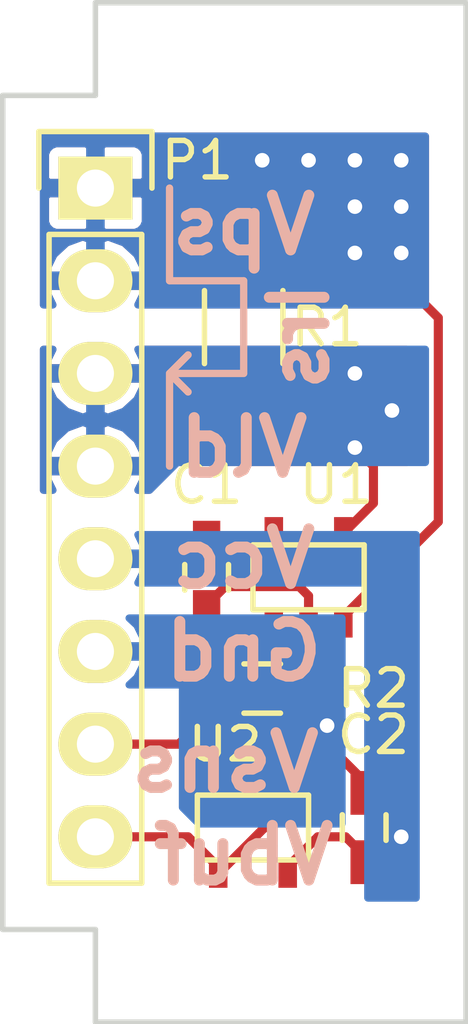
<source format=kicad_pcb>
(kicad_pcb (version 4) (host pcbnew 4.0.1-stable)

  (general
    (links 20)
    (no_connects 0)
    (area 124.425095 88.824999 146.338905 116.915001)
    (thickness 1.6)
    (drawings 22)
    (tracks 68)
    (zones 0)
    (modules 7)
    (nets 7)
  )

  (page A4)
  (layers
    (0 F.Cu signal)
    (31 B.Cu signal)
    (32 B.Adhes user)
    (33 F.Adhes user)
    (34 B.Paste user)
    (35 F.Paste user)
    (36 B.SilkS user)
    (37 F.SilkS user)
    (38 B.Mask user)
    (39 F.Mask user)
    (40 Dwgs.User user)
    (41 Cmts.User user)
    (42 Eco1.User user)
    (43 Eco2.User user)
    (44 Edge.Cuts user)
    (45 Margin user)
    (46 B.CrtYd user)
    (47 F.CrtYd user)
    (48 B.Fab user)
    (49 F.Fab user)
  )

  (setup
    (last_trace_width 0.25)
    (trace_clearance 0.12)
    (zone_clearance 0.254)
    (zone_45_only no)
    (trace_min 0.2)
    (segment_width 0.2)
    (edge_width 0.15)
    (via_size 0.6)
    (via_drill 0.4)
    (via_min_size 0.4)
    (via_min_drill 0.3)
    (uvia_size 0.3)
    (uvia_drill 0.1)
    (uvias_allowed no)
    (uvia_min_size 0.2)
    (uvia_min_drill 0.1)
    (pcb_text_width 0.3)
    (pcb_text_size 1.5 1.5)
    (mod_edge_width 0.15)
    (mod_text_size 1 1)
    (mod_text_width 0.15)
    (pad_size 1.524 1.524)
    (pad_drill 0.762)
    (pad_to_mask_clearance 0.1)
    (aux_axis_origin 0 0)
    (visible_elements FFFFFF7F)
    (pcbplotparams
      (layerselection 0x010f0_80000001)
      (usegerberextensions false)
      (excludeedgelayer true)
      (linewidth 0.100000)
      (plotframeref false)
      (viasonmask true)
      (mode 1)
      (useauxorigin true)
      (hpglpennumber 1)
      (hpglpenspeed 20)
      (hpglpendiameter 15)
      (hpglpenoverlay 2)
      (psnegative false)
      (psa4output false)
      (plotreference true)
      (plotvalue false)
      (plotinvisibletext false)
      (padsonsilk false)
      (subtractmaskfromsilk false)
      (outputformat 1)
      (mirror false)
      (drillshape 0)
      (scaleselection 1)
      (outputdirectory ./gerber))
  )

  (net 0 "")
  (net 1 VCC)
  (net 2 GND)
  (net 3 Vps)
  (net 4 Vload)
  (net 5 Vsense)
  (net 6 Vbuf)

  (net_class Default "This is the default net class."
    (clearance 0.12)
    (trace_width 0.25)
    (via_dia 0.6)
    (via_drill 0.4)
    (uvia_dia 0.3)
    (uvia_drill 0.1)
    (add_net GND)
    (add_net VCC)
    (add_net Vbuf)
    (add_net Vload)
    (add_net Vps)
    (add_net Vsense)
  )

  (module Capacitors_SMD:C_0603_HandSoldering (layer F.Cu) (tedit 56C37573) (tstamp 56C3782B)
    (at 132.588 104.648 270)
    (descr "Capacitor SMD 0603, hand soldering")
    (tags "capacitor 0603")
    (path /56C63822)
    (attr smd)
    (fp_text reference C1 (at -2.54 0 360) (layer F.SilkS)
      (effects (font (size 1 1) (thickness 0.15)))
    )
    (fp_text value 100nF (at 0 1.9 270) (layer F.Fab) hide
      (effects (font (size 1 1) (thickness 0.15)))
    )
    (fp_line (start -1.85 -0.75) (end 1.85 -0.75) (layer F.CrtYd) (width 0.05))
    (fp_line (start -1.85 0.75) (end 1.85 0.75) (layer F.CrtYd) (width 0.05))
    (fp_line (start -1.85 -0.75) (end -1.85 0.75) (layer F.CrtYd) (width 0.05))
    (fp_line (start 1.85 -0.75) (end 1.85 0.75) (layer F.CrtYd) (width 0.05))
    (fp_line (start -0.35 -0.6) (end 0.35 -0.6) (layer F.SilkS) (width 0.15))
    (fp_line (start 0.35 0.6) (end -0.35 0.6) (layer F.SilkS) (width 0.15))
    (pad 1 smd rect (at -0.95 0 270) (size 1.2 0.75) (layers F.Cu F.Paste F.Mask)
      (net 1 VCC))
    (pad 2 smd rect (at 0.95 0 270) (size 1.2 0.75) (layers F.Cu F.Paste F.Mask)
      (net 2 GND))
    (model Capacitors_SMD.3dshapes/C_0603_HandSoldering.wrl
      (at (xyz 0 0 0))
      (scale (xyz 1 1 1))
      (rotate (xyz 0 0 0))
    )
  )

  (module Capacitors_SMD:C_0603_HandSoldering (layer F.Cu) (tedit 56C376BF) (tstamp 56C37837)
    (at 136.906 111.506 90)
    (descr "Capacitor SMD 0603, hand soldering")
    (tags "capacitor 0603")
    (path /56C6493F)
    (attr smd)
    (fp_text reference C2 (at 2.54 0.254 180) (layer F.SilkS)
      (effects (font (size 1 1) (thickness 0.15)))
    )
    (fp_text value 100nF (at 0 1.9 90) (layer F.Fab) hide
      (effects (font (size 1 1) (thickness 0.15)))
    )
    (fp_line (start -1.85 -0.75) (end 1.85 -0.75) (layer F.CrtYd) (width 0.05))
    (fp_line (start -1.85 0.75) (end 1.85 0.75) (layer F.CrtYd) (width 0.05))
    (fp_line (start -1.85 -0.75) (end -1.85 0.75) (layer F.CrtYd) (width 0.05))
    (fp_line (start 1.85 -0.75) (end 1.85 0.75) (layer F.CrtYd) (width 0.05))
    (fp_line (start -0.35 -0.6) (end 0.35 -0.6) (layer F.SilkS) (width 0.15))
    (fp_line (start 0.35 0.6) (end -0.35 0.6) (layer F.SilkS) (width 0.15))
    (pad 1 smd rect (at -0.95 0 90) (size 1.2 0.75) (layers F.Cu F.Paste F.Mask)
      (net 1 VCC))
    (pad 2 smd rect (at 0.95 0 90) (size 1.2 0.75) (layers F.Cu F.Paste F.Mask)
      (net 2 GND))
    (model Capacitors_SMD.3dshapes/C_0603_HandSoldering.wrl
      (at (xyz 0 0 0))
      (scale (xyz 1 1 1))
      (rotate (xyz 0 0 0))
    )
  )

  (module Pin_Headers:Pin_Header_Straight_1x08 (layer F.Cu) (tedit 56C379A2) (tstamp 56C3784E)
    (at 129.54 93.98)
    (descr "Through hole pin header")
    (tags "pin header")
    (path /56C6468B)
    (fp_text reference P1 (at 2.794 -0.762) (layer F.SilkS)
      (effects (font (size 1 1) (thickness 0.15)))
    )
    (fp_text value CONN_01X08 (at 0 -3.1) (layer F.Fab) hide
      (effects (font (size 1 1) (thickness 0.15)))
    )
    (fp_line (start -1.75 -1.75) (end -1.75 19.55) (layer F.CrtYd) (width 0.05))
    (fp_line (start 1.75 -1.75) (end 1.75 19.55) (layer F.CrtYd) (width 0.05))
    (fp_line (start -1.75 -1.75) (end 1.75 -1.75) (layer F.CrtYd) (width 0.05))
    (fp_line (start -1.75 19.55) (end 1.75 19.55) (layer F.CrtYd) (width 0.05))
    (fp_line (start 1.27 1.27) (end 1.27 19.05) (layer F.SilkS) (width 0.15))
    (fp_line (start 1.27 19.05) (end -1.27 19.05) (layer F.SilkS) (width 0.15))
    (fp_line (start -1.27 19.05) (end -1.27 1.27) (layer F.SilkS) (width 0.15))
    (fp_line (start 1.55 -1.55) (end 1.55 0) (layer F.SilkS) (width 0.15))
    (fp_line (start 1.27 1.27) (end -1.27 1.27) (layer F.SilkS) (width 0.15))
    (fp_line (start -1.55 0) (end -1.55 -1.55) (layer F.SilkS) (width 0.15))
    (fp_line (start -1.55 -1.55) (end 1.55 -1.55) (layer F.SilkS) (width 0.15))
    (pad 1 thru_hole rect (at 0 0) (size 2.032 1.7272) (drill 1.016) (layers *.Cu *.Mask F.SilkS)
      (net 3 Vps))
    (pad 2 thru_hole oval (at 0 2.54) (size 2.032 1.7272) (drill 1.016) (layers *.Cu *.Mask F.SilkS)
      (net 3 Vps))
    (pad 3 thru_hole oval (at 0 5.08) (size 2.032 1.7272) (drill 1.016) (layers *.Cu *.Mask F.SilkS)
      (net 4 Vload))
    (pad 4 thru_hole oval (at 0 7.62) (size 2.032 1.7272) (drill 1.016) (layers *.Cu *.Mask F.SilkS)
      (net 4 Vload))
    (pad 5 thru_hole oval (at 0 10.16) (size 2.032 1.7272) (drill 1.016) (layers *.Cu *.Mask F.SilkS)
      (net 1 VCC))
    (pad 6 thru_hole oval (at 0 12.7) (size 2.032 1.7272) (drill 1.016) (layers *.Cu *.Mask F.SilkS)
      (net 2 GND))
    (pad 7 thru_hole oval (at 0 15.24) (size 2.032 1.7272) (drill 1.016) (layers *.Cu *.Mask F.SilkS)
      (net 5 Vsense))
    (pad 8 thru_hole oval (at 0 17.78) (size 2.032 1.7272) (drill 1.016) (layers *.Cu *.Mask F.SilkS)
      (net 6 Vbuf))
    (model Pin_Headers.3dshapes/Pin_Header_Straight_1x08.wrl
      (at (xyz 0 -0.35 0))
      (scale (xyz 1 1 1))
      (rotate (xyz 0 0 90))
    )
  )

  (module Resistors_SMD:R_1206_HandSoldering (layer F.Cu) (tedit 56C3749B) (tstamp 56C3785A)
    (at 133.604 97.79 90)
    (descr "Resistor SMD 1206, hand soldering")
    (tags "resistor 1206")
    (path /56C63789)
    (attr smd)
    (fp_text reference R1 (at 0 2.286 180) (layer F.SilkS)
      (effects (font (size 1 1) (thickness 0.15)))
    )
    (fp_text value 0.05 (at 0 2.3 90) (layer F.Fab) hide
      (effects (font (size 1 1) (thickness 0.15)))
    )
    (fp_line (start -3.3 -1.2) (end 3.3 -1.2) (layer F.CrtYd) (width 0.05))
    (fp_line (start -3.3 1.2) (end 3.3 1.2) (layer F.CrtYd) (width 0.05))
    (fp_line (start -3.3 -1.2) (end -3.3 1.2) (layer F.CrtYd) (width 0.05))
    (fp_line (start 3.3 -1.2) (end 3.3 1.2) (layer F.CrtYd) (width 0.05))
    (fp_line (start 1 1.075) (end -1 1.075) (layer F.SilkS) (width 0.15))
    (fp_line (start -1 -1.075) (end 1 -1.075) (layer F.SilkS) (width 0.15))
    (pad 1 smd rect (at -2 0 90) (size 2 1.7) (layers F.Cu F.Paste F.Mask)
      (net 4 Vload))
    (pad 2 smd rect (at 2 0 90) (size 2 1.7) (layers F.Cu F.Paste F.Mask)
      (net 3 Vps))
    (model Resistors_SMD.3dshapes/R_1206_HandSoldering.wrl
      (at (xyz 0 0 0))
      (scale (xyz 1 1 1))
      (rotate (xyz 0 0 0))
    )
  )

  (module Resistors_SMD:R_0603_HandSoldering (layer F.Cu) (tedit 56C37570) (tstamp 56C37866)
    (at 134.112 107.696 180)
    (descr "Resistor SMD 0603, hand soldering")
    (tags "resistor 0603")
    (path /56C63CED)
    (attr smd)
    (fp_text reference R2 (at -3.048 0 360) (layer F.SilkS)
      (effects (font (size 1 1) (thickness 0.15)))
    )
    (fp_text value 47k (at 0 1.9 180) (layer F.Fab) hide
      (effects (font (size 1 1) (thickness 0.15)))
    )
    (fp_line (start -2 -0.8) (end 2 -0.8) (layer F.CrtYd) (width 0.05))
    (fp_line (start -2 0.8) (end 2 0.8) (layer F.CrtYd) (width 0.05))
    (fp_line (start -2 -0.8) (end -2 0.8) (layer F.CrtYd) (width 0.05))
    (fp_line (start 2 -0.8) (end 2 0.8) (layer F.CrtYd) (width 0.05))
    (fp_line (start 0.5 0.675) (end -0.5 0.675) (layer F.SilkS) (width 0.15))
    (fp_line (start -0.5 -0.675) (end 0.5 -0.675) (layer F.SilkS) (width 0.15))
    (pad 1 smd rect (at -1.1 0 180) (size 1.2 0.9) (layers F.Cu F.Paste F.Mask)
      (net 2 GND))
    (pad 2 smd rect (at 1.1 0 180) (size 1.2 0.9) (layers F.Cu F.Paste F.Mask)
      (net 5 Vsense))
    (model Resistors_SMD.3dshapes/R_0603_HandSoldering.wrl
      (at (xyz 0 0 0))
      (scale (xyz 1 1 1))
      (rotate (xyz 0 0 0))
    )
  )

  (module kicad_pcb:SOT-23-5 (layer F.Cu) (tedit 56C3758A) (tstamp 56C37873)
    (at 133.858 111.506 180)
    (path /56C64274)
    (attr smd)
    (fp_text reference U2 (at 0.762 2.286 180) (layer F.SilkS)
      (effects (font (size 0.889 1) (thickness 0.15)))
    )
    (fp_text value MCP6001 (at 0 0 180) (layer F.SilkS) hide
      (effects (font (size 1 1) (thickness 0.15)))
    )
    (fp_line (start 1.524 -0.889) (end 1.524 0.889) (layer F.SilkS) (width 0.15))
    (fp_line (start 1.524 0.889) (end -1.524 0.889) (layer F.SilkS) (width 0.15))
    (fp_line (start -1.524 0.889) (end -1.524 -0.889) (layer F.SilkS) (width 0.15))
    (fp_line (start -1.524 -0.889) (end 1.524 -0.889) (layer F.SilkS) (width 0.15))
    (pad 1 smd rect (at -0.9525 1.27 180) (size 0.508 0.762) (layers F.Cu F.Paste F.Mask)
      (net 6 Vbuf))
    (pad 3 smd rect (at 0.9525 1.27 180) (size 0.508 0.762) (layers F.Cu F.Paste F.Mask)
      (net 5 Vsense))
    (pad 5 smd rect (at -0.9525 -1.27 180) (size 0.508 0.762) (layers F.Cu F.Paste F.Mask)
      (net 1 VCC))
    (pad 2 smd rect (at 0 1.27 180) (size 0.508 0.762) (layers F.Cu F.Paste F.Mask)
      (net 2 GND))
    (pad 4 smd rect (at 0.9525 -1.27 180) (size 0.508 0.762) (layers F.Cu F.Paste F.Mask)
      (net 6 Vbuf))
    (model SMD_Packages/SOT-23-5.wrl
      (at (xyz 0 0 0))
      (scale (xyz 0.1 0.1 0.1))
      (rotate (xyz 0 0 0))
    )
  )

  (module kicad_pcb:SOT-23-5 (layer F.Cu) (tedit 56C3741A) (tstamp 56C38156)
    (at 135.382 104.648)
    (path /56C63A8E)
    (attr smd)
    (fp_text reference U1 (at 0.762 -2.54 180) (layer F.SilkS)
      (effects (font (size 1 1) (thickness 0.15)))
    )
    (fp_text value INA1x9_CURRENT_SENSOR_IC (at 0 0) (layer F.SilkS) hide
      (effects (font (size 1 1) (thickness 0.15)))
    )
    (fp_line (start 1.524 -0.889) (end 1.524 0.889) (layer F.SilkS) (width 0.15))
    (fp_line (start 1.524 0.889) (end -1.524 0.889) (layer F.SilkS) (width 0.15))
    (fp_line (start -1.524 0.889) (end -1.524 -0.889) (layer F.SilkS) (width 0.15))
    (fp_line (start -1.524 -0.889) (end 1.524 -0.889) (layer F.SilkS) (width 0.15))
    (pad 1 smd rect (at -0.9525 1.27) (size 0.508 0.762) (layers F.Cu F.Paste F.Mask)
      (net 5 Vsense))
    (pad 3 smd rect (at 0.9525 1.27) (size 0.508 0.762) (layers F.Cu F.Paste F.Mask)
      (net 3 Vps))
    (pad 5 smd rect (at -0.9525 -1.27) (size 0.508 0.762) (layers F.Cu F.Paste F.Mask)
      (net 1 VCC))
    (pad 2 smd rect (at 0 1.27) (size 0.508 0.762) (layers F.Cu F.Paste F.Mask)
      (net 2 GND))
    (pad 4 smd rect (at 0.9525 -1.27) (size 0.508 0.762) (layers F.Cu F.Paste F.Mask)
      (net 4 Vload))
    (model SMD_Packages/SOT-23-5.wrl
      (at (xyz 0 0 0))
      (scale (xyz 0.1 0.1 0.1))
      (rotate (xyz 0 0 0))
    )
  )

  (gr_line (start 131.572 99.06) (end 131.572 101.6) (angle 90) (layer B.SilkS) (width 0.2))
  (gr_line (start 131.572 96.52) (end 131.572 93.98) (angle 90) (layer B.SilkS) (width 0.2))
  (gr_text Vbuf (at 133.604 112.268) (layer B.SilkS)
    (effects (font (size 1.5 1.5) (thickness 0.3)) (justify mirror))
  )
  (gr_text Vsns (at 133.096 109.728) (layer B.SilkS)
    (effects (font (size 1.5 1.5) (thickness 0.3)) (justify mirror))
  )
  (gr_text Gnd (at 133.604 106.68) (layer B.SilkS)
    (effects (font (size 1.5 1.5) (thickness 0.3)) (justify mirror))
  )
  (gr_text Vcc (at 133.604 104.14) (layer B.SilkS)
    (effects (font (size 1.5 1.5) (thickness 0.3)) (justify mirror))
  )
  (gr_text Vld (at 133.604 101.092) (layer B.SilkS)
    (effects (font (size 1.5 1.5) (thickness 0.3)) (justify mirror))
  )
  (gr_text Vps (at 133.604 94.996) (layer B.SilkS)
    (effects (font (size 1.5 1.5) (thickness 0.3)) (justify mirror))
  )
  (gr_text Irs (at 135.128 98.044 90) (layer B.SilkS)
    (effects (font (size 1.5 1.5) (thickness 0.3)) (justify mirror))
  )
  (gr_line (start 131.572 99.06) (end 132.08 98.552) (angle 90) (layer B.SilkS) (width 0.2))
  (gr_line (start 131.572 99.06) (end 132.08 99.568) (angle 90) (layer B.SilkS) (width 0.2))
  (gr_line (start 133.604 99.06) (end 131.572 99.06) (angle 90) (layer B.SilkS) (width 0.2))
  (gr_line (start 133.604 96.52) (end 133.604 99.06) (angle 90) (layer B.SilkS) (width 0.2))
  (gr_line (start 131.572 96.52) (end 133.604 96.52) (angle 90) (layer B.SilkS) (width 0.2))
  (gr_line (start 127 91.44) (end 127 114.3) (angle 90) (layer Edge.Cuts) (width 0.15))
  (gr_line (start 129.54 91.44) (end 127 91.44) (angle 90) (layer Edge.Cuts) (width 0.15))
  (gr_line (start 129.54 88.9) (end 129.54 91.44) (angle 90) (layer Edge.Cuts) (width 0.15))
  (gr_line (start 139.7 88.9) (end 129.54 88.9) (angle 90) (layer Edge.Cuts) (width 0.15))
  (gr_line (start 139.7 116.84) (end 139.7 88.9) (angle 90) (layer Edge.Cuts) (width 0.15))
  (gr_line (start 129.54 116.84) (end 139.7 116.84) (angle 90) (layer Edge.Cuts) (width 0.15))
  (gr_line (start 129.54 114.3) (end 129.54 116.84) (angle 90) (layer Edge.Cuts) (width 0.15))
  (gr_line (start 127 114.3) (end 129.54 114.3) (angle 90) (layer Edge.Cuts) (width 0.15))

  (segment (start 136.906 112.456) (end 136.906 112.268) (width 0.25) (layer F.Cu) (net 1) (status C00000))
  (segment (start 136.906 112.268) (end 137.414 111.76) (width 0.25) (layer F.Cu) (net 1) (tstamp 56C38445) (status 400000))
  (via (at 137.922 111.76) (size 0.6) (drill 0.4) (layers F.Cu B.Cu) (net 1))
  (segment (start 137.414 111.76) (end 137.922 111.76) (width 0.25) (layer F.Cu) (net 1) (tstamp 56C38446))
  (segment (start 134.8105 112.776) (end 134.8105 112.5855) (width 0.25) (layer F.Cu) (net 1) (status C00000))
  (segment (start 134.8105 112.5855) (end 135.636 111.76) (width 0.25) (layer F.Cu) (net 1) (tstamp 56C38426) (status 400000))
  (segment (start 136.398 111.76) (end 136.906 112.268) (width 0.25) (layer F.Cu) (net 1) (tstamp 56C38428) (status 800000))
  (segment (start 135.636 111.76) (end 136.398 111.76) (width 0.25) (layer F.Cu) (net 1) (tstamp 56C38427))
  (segment (start 132.588 103.698) (end 134.1095 103.698) (width 0.25) (layer F.Cu) (net 1) (status 400000))
  (segment (start 134.1095 103.698) (end 134.4295 103.378) (width 0.25) (layer F.Cu) (net 1) (tstamp 56C38415) (status 800000))
  (segment (start 129.54 104.14) (end 132.146 104.14) (width 0.25) (layer F.Cu) (net 1) (status 400000))
  (segment (start 132.146 104.14) (end 132.588 103.698) (width 0.25) (layer F.Cu) (net 1) (tstamp 56C38412) (status 800000))
  (segment (start 136.906 110.556) (end 136.906 110.236) (width 0.25) (layer F.Cu) (net 2) (status C00000))
  (segment (start 136.906 110.236) (end 135.89 109.22) (width 0.25) (layer F.Cu) (net 2) (tstamp 56C38422) (status 400000))
  (segment (start 135.89 109.22) (end 135.89 108.712) (width 0.25) (layer F.Cu) (net 2) (tstamp 56C38423))
  (segment (start 133.858 110.236) (end 133.858 109.982) (width 0.25) (layer F.Cu) (net 2) (status C00000))
  (segment (start 133.858 109.982) (end 135.128 108.712) (width 0.25) (layer F.Cu) (net 2) (tstamp 56C3841E) (status 400000))
  (segment (start 135.128 108.712) (end 135.89 108.712) (width 0.25) (layer F.Cu) (net 2) (tstamp 56C3841F))
  (segment (start 135.212 107.696) (end 135.382 107.696) (width 0.25) (layer F.Cu) (net 2) (status C00000))
  (segment (start 135.382 107.696) (end 135.89 108.204) (width 0.25) (layer F.Cu) (net 2) (tstamp 56C38418) (status 400000))
  (segment (start 135.89 108.204) (end 135.89 108.712) (width 0.25) (layer F.Cu) (net 2) (tstamp 56C38419))
  (via (at 135.89 108.712) (size 0.6) (drill 0.4) (layers F.Cu B.Cu) (net 2))
  (segment (start 132.588 105.598) (end 132.588 105.41) (width 0.25) (layer F.Cu) (net 2) (status C00000))
  (segment (start 132.588 105.41) (end 133.096 104.902) (width 0.25) (layer F.Cu) (net 2) (tstamp 56C3840C) (status 400000))
  (segment (start 135.382 105.156) (end 135.382 105.918) (width 0.25) (layer F.Cu) (net 2) (tstamp 56C3840F) (status 800000))
  (segment (start 135.128 104.902) (end 135.382 105.156) (width 0.25) (layer F.Cu) (net 2) (tstamp 56C3840E))
  (segment (start 133.096 104.902) (end 135.128 104.902) (width 0.25) (layer F.Cu) (net 2) (tstamp 56C3840D))
  (segment (start 129.54 106.68) (end 131.826 106.68) (width 0.25) (layer F.Cu) (net 2) (status 400000))
  (segment (start 131.826 106.68) (end 132.588 105.918) (width 0.25) (layer F.Cu) (net 2) (tstamp 56C38408) (status 800000))
  (segment (start 132.588 105.918) (end 132.588 105.598) (width 0.25) (layer F.Cu) (net 2) (tstamp 56C38409) (status C00000))
  (via (at 136.652 93.218) (size 0.6) (drill 0.4) (layers F.Cu B.Cu) (net 3))
  (via (at 137.922 95.758) (size 0.6) (drill 0.4) (layers F.Cu B.Cu) (net 3))
  (via (at 137.922 94.488) (size 0.6) (drill 0.4) (layers F.Cu B.Cu) (net 3))
  (via (at 137.922 93.218) (size 0.6) (drill 0.4) (layers F.Cu B.Cu) (net 3))
  (segment (start 137.668 104.394) (end 138.43 103.632) (width 0.25) (layer F.Cu) (net 3))
  (segment (start 136.3345 105.7275) (end 137.668 104.394) (width 0.25) (layer F.Cu) (net 3) (tstamp 56C383A7))
  (segment (start 138.938 97.536) (end 138.176 96.774) (width 0.25) (layer F.Cu) (net 3) (tstamp 56C38498))
  (segment (start 138.938 103.124) (end 138.938 97.536) (width 0.25) (layer F.Cu) (net 3) (tstamp 56C38497))
  (segment (start 138.43 103.632) (end 138.938 103.124) (width 0.25) (layer F.Cu) (net 3) (tstamp 56C38496))
  (via (at 134.112 93.218) (size 0.6) (drill 0.4) (layers F.Cu B.Cu) (net 3))
  (via (at 135.382 93.218) (size 0.6) (drill 0.4) (layers F.Cu B.Cu) (net 3))
  (via (at 136.652 94.488) (size 0.6) (drill 0.4) (layers F.Cu B.Cu) (net 3))
  (via (at 136.652 95.758) (size 0.6) (drill 0.4) (layers F.Cu B.Cu) (net 3))
  (segment (start 136.3345 105.918) (end 136.3345 105.7275) (width 0.25) (layer F.Cu) (net 3))
  (segment (start 137.16 101.6) (end 136.652 101.092) (width 0.25) (layer F.Cu) (net 4) (tstamp 56C383A4))
  (segment (start 137.16 102.616) (end 137.16 101.6) (width 0.25) (layer F.Cu) (net 4) (tstamp 56C383A3))
  (segment (start 137.16 102.616) (end 136.398 103.378) (width 0.25) (layer F.Cu) (net 4) (tstamp 56C383A2))
  (via (at 136.652 101.092) (size 0.6) (drill 0.4) (layers F.Cu B.Cu) (net 4))
  (via (at 137.668 100.076) (size 0.6) (drill 0.4) (layers F.Cu B.Cu) (net 4))
  (via (at 136.652 99.06) (size 0.6) (drill 0.4) (layers F.Cu B.Cu) (net 4))
  (segment (start 136.3345 103.378) (end 136.398 103.378) (width 0.25) (layer F.Cu) (net 4))
  (segment (start 133.012 107.696) (end 133.096 107.696) (width 0.25) (layer F.Cu) (net 5) (status C00000))
  (segment (start 133.096 107.696) (end 133.858 106.934) (width 0.25) (layer F.Cu) (net 5) (tstamp 56C38431) (status 400000))
  (segment (start 133.858 106.4895) (end 134.4295 105.918) (width 0.25) (layer F.Cu) (net 5) (tstamp 56C38433) (status 800000))
  (segment (start 133.858 106.934) (end 133.858 106.4895) (width 0.25) (layer F.Cu) (net 5) (tstamp 56C38432))
  (segment (start 129.54 109.22) (end 131.826 109.22) (width 0.25) (layer F.Cu) (net 5) (status 400000))
  (segment (start 132.08 108.628) (end 133.012 107.696) (width 0.25) (layer F.Cu) (net 5) (tstamp 56C383FE) (status 800000))
  (segment (start 132.08 108.966) (end 132.08 108.628) (width 0.25) (layer F.Cu) (net 5) (tstamp 56C383FD))
  (segment (start 131.826 109.22) (end 132.08 108.966) (width 0.25) (layer F.Cu) (net 5) (tstamp 56C383FC))
  (segment (start 129.54 109.22) (end 131.8895 109.22) (width 0.25) (layer F.Cu) (net 5) (status 400000))
  (segment (start 131.8895 109.22) (end 132.9055 110.236) (width 0.25) (layer F.Cu) (net 5) (tstamp 56C383F8) (status 800000))
  (segment (start 134.8105 110.236) (end 134.8105 111.0615) (width 0.25) (layer F.Cu) (net 6) (status 400000))
  (segment (start 134.1755 111.506) (end 132.9055 112.776) (width 0.25) (layer F.Cu) (net 6) (tstamp 56C3842E) (status 800000))
  (segment (start 134.366 111.506) (end 134.1755 111.506) (width 0.25) (layer F.Cu) (net 6) (tstamp 56C3842D))
  (segment (start 134.8105 111.0615) (end 134.366 111.506) (width 0.25) (layer F.Cu) (net 6) (tstamp 56C3842C))
  (segment (start 132.9055 112.776) (end 132.9055 112.5855) (width 0.25) (layer F.Cu) (net 6) (status C00000))
  (segment (start 132.9055 112.5855) (end 132.08 111.76) (width 0.25) (layer F.Cu) (net 6) (tstamp 56C38401) (status 400000))
  (segment (start 132.08 111.76) (end 129.54 111.76) (width 0.25) (layer F.Cu) (net 6) (tstamp 56C38402) (status 800000))

  (zone (net 3) (net_name Vps) (layer F.Cu) (tstamp 56C3839A) (hatch edge 0.508)
    (connect_pads (clearance 0.254))
    (min_thickness 0.2032)
    (fill yes (arc_segments 16) (thermal_gap 0.254) (thermal_bridge_width 0.508))
    (polygon
      (pts
        (xy 128.016 92.456) (xy 138.684 92.456) (xy 138.684 97.282) (xy 128.016 97.282) (xy 128.016 92.71)
      )
    )
    (filled_polygon
      (pts
        (xy 138.5824 97.1804) (xy 130.706287 97.1804) (xy 130.863304 96.859753) (xy 130.812379 96.6724) (xy 129.6924 96.6724)
        (xy 129.6924 96.6924) (xy 129.3876 96.6924) (xy 129.3876 96.6724) (xy 128.267621 96.6724) (xy 128.216696 96.859753)
        (xy 128.373713 97.1804) (xy 128.1176 97.1804) (xy 128.1176 96.180247) (xy 128.216696 96.180247) (xy 128.267621 96.3676)
        (xy 129.3876 96.3676) (xy 129.3876 95.3897) (xy 129.6924 95.3897) (xy 129.6924 96.3676) (xy 130.812379 96.3676)
        (xy 130.863304 96.180247) (xy 130.790367 96.0313) (xy 132.3984 96.0313) (xy 132.3984 96.860733) (xy 132.452537 96.991431)
        (xy 132.552569 97.091463) (xy 132.683267 97.1456) (xy 133.3627 97.1456) (xy 133.4516 97.0567) (xy 133.4516 95.9424)
        (xy 133.7564 95.9424) (xy 133.7564 97.0567) (xy 133.8453 97.1456) (xy 134.524733 97.1456) (xy 134.655431 97.091463)
        (xy 134.755463 96.991431) (xy 134.8096 96.860733) (xy 134.8096 96.0313) (xy 134.7207 95.9424) (xy 133.7564 95.9424)
        (xy 133.4516 95.9424) (xy 132.4873 95.9424) (xy 132.3984 96.0313) (xy 130.790367 96.0313) (xy 130.678753 95.803372)
        (xy 130.32943 95.480461) (xy 129.883125 95.31581) (xy 129.6924 95.3897) (xy 129.3876 95.3897) (xy 129.196875 95.31581)
        (xy 128.75057 95.480461) (xy 128.401247 95.803372) (xy 128.216696 96.180247) (xy 128.1176 96.180247) (xy 128.1176 94.2213)
        (xy 128.1684 94.2213) (xy 128.1684 94.914333) (xy 128.222537 95.045031) (xy 128.322569 95.145063) (xy 128.453267 95.1992)
        (xy 129.2987 95.1992) (xy 129.3876 95.1103) (xy 129.3876 94.1324) (xy 129.6924 94.1324) (xy 129.6924 95.1103)
        (xy 129.7813 95.1992) (xy 130.626733 95.1992) (xy 130.757431 95.145063) (xy 130.857463 95.045031) (xy 130.9116 94.914333)
        (xy 130.9116 94.719267) (xy 132.3984 94.719267) (xy 132.3984 95.5487) (xy 132.4873 95.6376) (xy 133.4516 95.6376)
        (xy 133.4516 94.5233) (xy 133.7564 94.5233) (xy 133.7564 95.6376) (xy 134.7207 95.6376) (xy 134.8096 95.5487)
        (xy 134.8096 94.719267) (xy 134.755463 94.588569) (xy 134.655431 94.488537) (xy 134.524733 94.4344) (xy 133.8453 94.4344)
        (xy 133.7564 94.5233) (xy 133.4516 94.5233) (xy 133.3627 94.4344) (xy 132.683267 94.4344) (xy 132.552569 94.488537)
        (xy 132.452537 94.588569) (xy 132.3984 94.719267) (xy 130.9116 94.719267) (xy 130.9116 94.2213) (xy 130.8227 94.1324)
        (xy 129.6924 94.1324) (xy 129.3876 94.1324) (xy 128.2573 94.1324) (xy 128.1684 94.2213) (xy 128.1176 94.2213)
        (xy 128.1176 93.045667) (xy 128.1684 93.045667) (xy 128.1684 93.7387) (xy 128.2573 93.8276) (xy 129.3876 93.8276)
        (xy 129.3876 92.8497) (xy 129.6924 92.8497) (xy 129.6924 93.8276) (xy 130.8227 93.8276) (xy 130.9116 93.7387)
        (xy 130.9116 93.045667) (xy 130.857463 92.914969) (xy 130.757431 92.814937) (xy 130.626733 92.7608) (xy 129.7813 92.7608)
        (xy 129.6924 92.8497) (xy 129.3876 92.8497) (xy 129.2987 92.7608) (xy 128.453267 92.7608) (xy 128.322569 92.814937)
        (xy 128.222537 92.914969) (xy 128.1684 93.045667) (xy 128.1176 93.045667) (xy 128.1176 92.5576) (xy 138.5824 92.5576)
      )
    )
  )
  (zone (net 4) (net_name Vload) (layer F.Cu) (tstamp 56C3839D) (hatch edge 0.508)
    (connect_pads (clearance 0.254))
    (min_thickness 0.2032)
    (fill yes (arc_segments 16) (thermal_gap 0.254) (thermal_bridge_width 0.508))
    (polygon
      (pts
        (xy 128.016 98.298) (xy 138.176 98.298) (xy 138.176 101.6) (xy 131.826 101.6) (xy 131.064 102.362)
        (xy 128.016 102.362) (xy 128.016 101.854)
      )
    )
    (filled_polygon
      (pts
        (xy 128.216696 98.720247) (xy 128.267621 98.9076) (xy 129.3876 98.9076) (xy 129.3876 98.8876) (xy 129.6924 98.8876)
        (xy 129.6924 98.9076) (xy 130.812379 98.9076) (xy 130.863304 98.720247) (xy 130.862825 98.719267) (xy 132.3984 98.719267)
        (xy 132.3984 99.5487) (xy 132.4873 99.6376) (xy 133.4516 99.6376) (xy 133.4516 98.5233) (xy 133.7564 98.5233)
        (xy 133.7564 99.6376) (xy 134.7207 99.6376) (xy 134.8096 99.5487) (xy 134.8096 98.719267) (xy 134.755463 98.588569)
        (xy 134.655431 98.488537) (xy 134.524733 98.4344) (xy 133.8453 98.4344) (xy 133.7564 98.5233) (xy 133.4516 98.5233)
        (xy 133.3627 98.4344) (xy 132.683267 98.4344) (xy 132.552569 98.488537) (xy 132.452537 98.588569) (xy 132.3984 98.719267)
        (xy 130.862825 98.719267) (xy 130.706287 98.3996) (xy 138.0744 98.3996) (xy 138.0744 101.4984) (xy 131.826 101.4984)
        (xy 131.786472 101.506405) (xy 131.754158 101.528158) (xy 131.021916 102.2604) (xy 130.706287 102.2604) (xy 130.863304 101.939753)
        (xy 130.812379 101.7524) (xy 129.6924 101.7524) (xy 129.6924 101.7724) (xy 129.3876 101.7724) (xy 129.3876 101.7524)
        (xy 128.267621 101.7524) (xy 128.216696 101.939753) (xy 128.373713 102.2604) (xy 128.1176 102.2604) (xy 128.1176 101.260247)
        (xy 128.216696 101.260247) (xy 128.267621 101.4476) (xy 129.3876 101.4476) (xy 129.3876 100.4697) (xy 129.6924 100.4697)
        (xy 129.6924 101.4476) (xy 130.812379 101.4476) (xy 130.863304 101.260247) (xy 130.678753 100.883372) (xy 130.32943 100.560461)
        (xy 129.883125 100.39581) (xy 129.6924 100.4697) (xy 129.3876 100.4697) (xy 129.196875 100.39581) (xy 128.75057 100.560461)
        (xy 128.401247 100.883372) (xy 128.216696 101.260247) (xy 128.1176 101.260247) (xy 128.1176 99.399753) (xy 128.216696 99.399753)
        (xy 128.401247 99.776628) (xy 128.75057 100.099539) (xy 129.196875 100.26419) (xy 129.3876 100.1903) (xy 129.3876 99.2124)
        (xy 129.6924 99.2124) (xy 129.6924 100.1903) (xy 129.883125 100.26419) (xy 130.32943 100.099539) (xy 130.40325 100.0313)
        (xy 132.3984 100.0313) (xy 132.3984 100.860733) (xy 132.452537 100.991431) (xy 132.552569 101.091463) (xy 132.683267 101.1456)
        (xy 133.3627 101.1456) (xy 133.4516 101.0567) (xy 133.4516 99.9424) (xy 133.7564 99.9424) (xy 133.7564 101.0567)
        (xy 133.8453 101.1456) (xy 134.524733 101.1456) (xy 134.655431 101.091463) (xy 134.755463 100.991431) (xy 134.8096 100.860733)
        (xy 134.8096 100.0313) (xy 134.7207 99.9424) (xy 133.7564 99.9424) (xy 133.4516 99.9424) (xy 132.4873 99.9424)
        (xy 132.3984 100.0313) (xy 130.40325 100.0313) (xy 130.678753 99.776628) (xy 130.863304 99.399753) (xy 130.812379 99.2124)
        (xy 129.6924 99.2124) (xy 129.3876 99.2124) (xy 128.267621 99.2124) (xy 128.216696 99.399753) (xy 128.1176 99.399753)
        (xy 128.1176 98.3996) (xy 128.373713 98.3996)
      )
    )
  )
  (zone (net 2) (net_name GND) (layer B.Cu) (tstamp 56C38405) (hatch edge 0.508)
    (connect_pads (clearance 0.254))
    (min_thickness 0.2032)
    (fill yes (arc_segments 16) (thermal_gap 0.254) (thermal_bridge_width 0.508))
    (polygon
      (pts
        (xy 129.032 105.664) (xy 136.398 105.664) (xy 136.398 111.506) (xy 133.604 111.506) (xy 132.334 111.506)
        (xy 131.826 110.998) (xy 131.826 107.696) (xy 129.032 107.696) (xy 129.032 106.68)
      )
    )
    (filled_polygon
      (pts
        (xy 136.2964 111.4044) (xy 132.376084 111.4044) (xy 131.9276 110.955916) (xy 131.9276 107.696) (xy 131.919595 107.656472)
        (xy 131.896843 107.623172) (xy 131.862927 107.601348) (xy 131.826 107.5944) (xy 130.464805 107.5944) (xy 130.678753 107.396628)
        (xy 130.863304 107.019753) (xy 130.812379 106.8324) (xy 129.6924 106.8324) (xy 129.6924 106.8524) (xy 129.3876 106.8524)
        (xy 129.3876 106.8324) (xy 129.3676 106.8324) (xy 129.3676 106.5276) (xy 129.3876 106.5276) (xy 129.3876 106.5076)
        (xy 129.6924 106.5076) (xy 129.6924 106.5276) (xy 130.812379 106.5276) (xy 130.863304 106.340247) (xy 130.678753 105.963372)
        (xy 130.464805 105.7656) (xy 136.2964 105.7656)
      )
    )
  )
  (zone (net 1) (net_name VCC) (layer B.Cu) (tstamp 56C38444) (hatch edge 0.508)
    (connect_pads (clearance 0.254))
    (min_thickness 0.2032)
    (fill yes (arc_segments 16) (thermal_gap 0.254) (thermal_bridge_width 0.508))
    (polygon
      (pts
        (xy 129.032 104.902) (xy 136.906 104.902) (xy 136.906 113.538) (xy 138.43 113.538) (xy 138.43 103.378)
        (xy 129.032 103.378) (xy 129.032 104.14)
      )
    )
    (filled_polygon
      (pts
        (xy 138.3284 113.4364) (xy 137.0076 113.4364) (xy 137.0076 104.902) (xy 136.999595 104.862472) (xy 136.976843 104.829172)
        (xy 136.942927 104.807348) (xy 136.906 104.8004) (xy 130.706287 104.8004) (xy 130.863304 104.479753) (xy 130.812379 104.2924)
        (xy 129.6924 104.2924) (xy 129.6924 104.3124) (xy 129.3876 104.3124) (xy 129.3876 104.2924) (xy 129.3676 104.2924)
        (xy 129.3676 103.9876) (xy 129.3876 103.9876) (xy 129.3876 103.9676) (xy 129.6924 103.9676) (xy 129.6924 103.9876)
        (xy 130.812379 103.9876) (xy 130.863304 103.800247) (xy 130.706287 103.4796) (xy 138.3284 103.4796)
      )
    )
  )
  (zone (net 3) (net_name Vps) (layer B.Cu) (tstamp 56C384BF) (hatch edge 0.508)
    (connect_pads (clearance 0.254))
    (min_thickness 0.2032)
    (fill yes (arc_segments 16) (thermal_gap 0.254) (thermal_bridge_width 0.508))
    (polygon
      (pts
        (xy 128.016 92.456) (xy 138.684 92.456) (xy 138.684 97.282) (xy 128.016 97.282) (xy 128.016 94.996)
      )
    )
    (filled_polygon
      (pts
        (xy 138.5824 97.1804) (xy 130.706287 97.1804) (xy 130.863304 96.859753) (xy 130.812379 96.6724) (xy 129.6924 96.6724)
        (xy 129.6924 96.6924) (xy 129.3876 96.6924) (xy 129.3876 96.6724) (xy 128.267621 96.6724) (xy 128.216696 96.859753)
        (xy 128.373713 97.1804) (xy 128.1176 97.1804) (xy 128.1176 96.180247) (xy 128.216696 96.180247) (xy 128.267621 96.3676)
        (xy 129.3876 96.3676) (xy 129.3876 95.3897) (xy 129.6924 95.3897) (xy 129.6924 96.3676) (xy 130.812379 96.3676)
        (xy 130.863304 96.180247) (xy 130.678753 95.803372) (xy 130.32943 95.480461) (xy 129.883125 95.31581) (xy 129.6924 95.3897)
        (xy 129.3876 95.3897) (xy 129.196875 95.31581) (xy 128.75057 95.480461) (xy 128.401247 95.803372) (xy 128.216696 96.180247)
        (xy 128.1176 96.180247) (xy 128.1176 94.2213) (xy 128.1684 94.2213) (xy 128.1684 94.914333) (xy 128.222537 95.045031)
        (xy 128.322569 95.145063) (xy 128.453267 95.1992) (xy 129.2987 95.1992) (xy 129.3876 95.1103) (xy 129.3876 94.1324)
        (xy 129.6924 94.1324) (xy 129.6924 95.1103) (xy 129.7813 95.1992) (xy 130.626733 95.1992) (xy 130.757431 95.145063)
        (xy 130.857463 95.045031) (xy 130.9116 94.914333) (xy 130.9116 94.2213) (xy 130.8227 94.1324) (xy 129.6924 94.1324)
        (xy 129.3876 94.1324) (xy 128.2573 94.1324) (xy 128.1684 94.2213) (xy 128.1176 94.2213) (xy 128.1176 93.045667)
        (xy 128.1684 93.045667) (xy 128.1684 93.7387) (xy 128.2573 93.8276) (xy 129.3876 93.8276) (xy 129.3876 92.8497)
        (xy 129.6924 92.8497) (xy 129.6924 93.8276) (xy 130.8227 93.8276) (xy 130.9116 93.7387) (xy 130.9116 93.045667)
        (xy 130.857463 92.914969) (xy 130.757431 92.814937) (xy 130.626733 92.7608) (xy 129.7813 92.7608) (xy 129.6924 92.8497)
        (xy 129.3876 92.8497) (xy 129.2987 92.7608) (xy 128.453267 92.7608) (xy 128.322569 92.814937) (xy 128.222537 92.914969)
        (xy 128.1684 93.045667) (xy 128.1176 93.045667) (xy 128.1176 92.5576) (xy 138.5824 92.5576)
      )
    )
  )
  (zone (net 4) (net_name Vload) (layer B.Cu) (tstamp 56C384C4) (hatch edge 0.508)
    (connect_pads (clearance 0.254))
    (min_thickness 0.2032)
    (fill yes (arc_segments 16) (thermal_gap 0.254) (thermal_bridge_width 0.508))
    (polygon
      (pts
        (xy 128.016 98.298) (xy 138.684 98.298) (xy 138.684 101.6) (xy 131.826 101.6) (xy 131.064 102.362)
        (xy 128.016 102.362) (xy 128.016 99.06)
      )
    )
    (filled_polygon
      (pts
        (xy 128.216696 98.720247) (xy 128.267621 98.9076) (xy 129.3876 98.9076) (xy 129.3876 98.8876) (xy 129.6924 98.8876)
        (xy 129.6924 98.9076) (xy 130.812379 98.9076) (xy 130.863304 98.720247) (xy 130.706287 98.3996) (xy 138.5824 98.3996)
        (xy 138.5824 101.4984) (xy 131.826 101.4984) (xy 131.786472 101.506405) (xy 131.754158 101.528158) (xy 131.021916 102.2604)
        (xy 130.706287 102.2604) (xy 130.863304 101.939753) (xy 130.812379 101.7524) (xy 129.6924 101.7524) (xy 129.6924 101.7724)
        (xy 129.3876 101.7724) (xy 129.3876 101.7524) (xy 128.267621 101.7524) (xy 128.216696 101.939753) (xy 128.373713 102.2604)
        (xy 128.1176 102.2604) (xy 128.1176 101.260247) (xy 128.216696 101.260247) (xy 128.267621 101.4476) (xy 129.3876 101.4476)
        (xy 129.3876 100.4697) (xy 129.6924 100.4697) (xy 129.6924 101.4476) (xy 130.812379 101.4476) (xy 130.863304 101.260247)
        (xy 130.678753 100.883372) (xy 130.32943 100.560461) (xy 129.883125 100.39581) (xy 129.6924 100.4697) (xy 129.3876 100.4697)
        (xy 129.196875 100.39581) (xy 128.75057 100.560461) (xy 128.401247 100.883372) (xy 128.216696 101.260247) (xy 128.1176 101.260247)
        (xy 128.1176 99.399753) (xy 128.216696 99.399753) (xy 128.401247 99.776628) (xy 128.75057 100.099539) (xy 129.196875 100.26419)
        (xy 129.3876 100.1903) (xy 129.3876 99.2124) (xy 129.6924 99.2124) (xy 129.6924 100.1903) (xy 129.883125 100.26419)
        (xy 130.32943 100.099539) (xy 130.678753 99.776628) (xy 130.863304 99.399753) (xy 130.812379 99.2124) (xy 129.6924 99.2124)
        (xy 129.3876 99.2124) (xy 128.267621 99.2124) (xy 128.216696 99.399753) (xy 128.1176 99.399753) (xy 128.1176 98.3996)
        (xy 128.373713 98.3996)
      )
    )
  )
)

</source>
